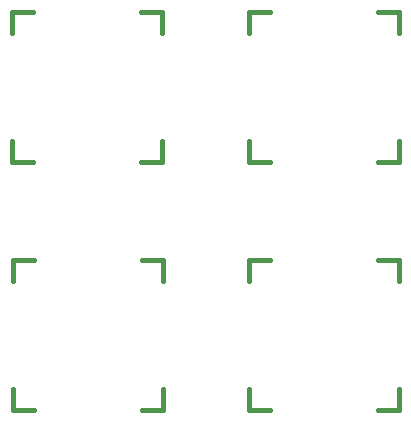
<source format=gto>
G04*
G04 #@! TF.GenerationSoftware,Altium Limited,Altium Designer,21.2.0 (30)*
G04*
G04 Layer_Color=65535*
%FSLAX25Y25*%
%MOIN*%
G70*
G04*
G04 #@! TF.SameCoordinates,0040915D-7402-430E-846D-5893D7272676*
G04*
G04*
G04 #@! TF.FilePolarity,Positive*
G04*
G01*
G75*
%ADD10C,0.01500*%
D10*
X29803Y162795D02*
X36803D01*
X72803D02*
X79803D01*
Y155795D02*
Y162795D01*
Y112795D02*
Y119795D01*
X72803Y112795D02*
X79803D01*
X29803D02*
X36803D01*
X29803D02*
Y119795D01*
Y155795D02*
Y162795D01*
X108858Y80118D02*
X115858D01*
X151858D02*
X158858D01*
Y73118D02*
Y80118D01*
Y30118D02*
Y37118D01*
X151858Y30118D02*
X158858D01*
X108858D02*
X115858D01*
X108858D02*
Y37118D01*
Y73118D02*
Y80118D01*
X30118D02*
X37118D01*
X73118D02*
X80118D01*
Y73118D02*
Y80118D01*
Y30118D02*
Y37118D01*
X73118Y30118D02*
X80118D01*
X30118D02*
X37118D01*
X30118D02*
Y37118D01*
Y73118D02*
Y80118D01*
X108858Y162795D02*
X115858D01*
X151858D02*
X158858D01*
Y155795D02*
Y162795D01*
Y112795D02*
Y119795D01*
X151858Y112795D02*
X158858D01*
X108858D02*
X115858D01*
X108858D02*
Y119795D01*
Y155795D02*
Y162795D01*
M02*

</source>
